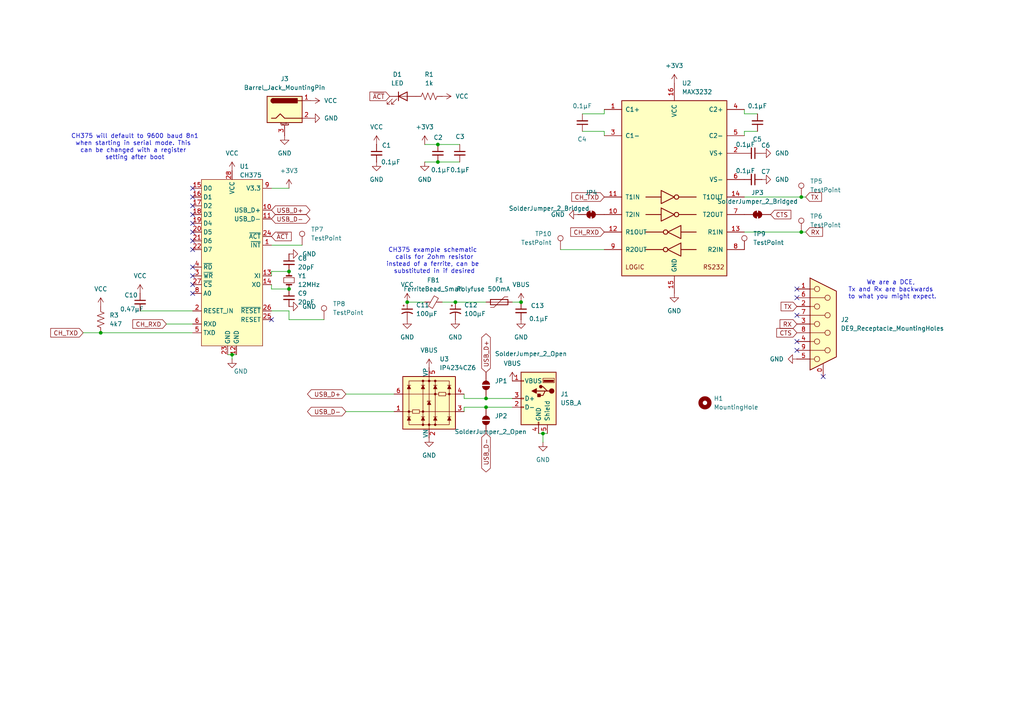
<source format=kicad_sch>
(kicad_sch (version 20231120) (generator "eeschema") (generator_version "8.0")
  (paper "A4")
  (lib_symbols
    (symbol "Connector:Barrel_Jack_MountingPin" (pin_names hide)
      (property "Reference" "J3" (at 0 8.89 0))
      (property "Value" "Barrel_Jack_MountingPin" (at 0 6.35 0))
      (symbol "Barrel_Jack_MountingPin_0_1"
        (rectangle (start -5.08 3.81) (end 5.08 -3.81) (stroke (width 0.254)) (fill (type background)))
        (arc (start -3.302 3.175) (mid -3.9343 2.54) (end -3.302 1.905) (stroke (width 0.254)))
        (arc (start -3.302 3.175) (mid -3.9343 2.54) (end -3.302 1.905) (stroke (width 0.254)) (fill (type outline)))
        (polyline (pts (xy 5.08 2.54) (xy 3.81 2.54)) (stroke (width 0.254)))
        (polyline (pts (xy -3.81 -2.54) (xy -2.54 -2.54) (xy -1.27 -1.27) (xy 0 -2.54) (xy 2.54 -2.54) (xy 5.08 -2.54)) (stroke (width 0.254)))
        (rectangle (start 3.683 3.175) (end -3.302 1.905) (stroke (width 0.254)) (fill (type outline)))
      )
      (symbol "Barrel_Jack_MountingPin_1_1"
        (polyline (pts (xy -1.016 -4.572) (xy 1.016 -4.572)) (stroke (width 0.1524)))
        (text "Mounting" (at 0 -4.191 0) (effects (font (size 0.381 0.381))))
        (pin passive line (at 7.62 2.54 180) (length 2.54) (name "~") (number "1"))
        (pin passive line (at 7.62 -2.54 180) (length 2.54) (name "~") (number "2"))
        (pin passive line (at 0 -7.62 90) (length 3.048) (name "MountPin") (number "3"))
      )
    )
    (symbol "Connector:DE9_Receptacle_MountingHoles" (pin_names (offset 1.016) hide)
      (property "Reference" "J" (at 0 16.51 0))
      (property "Value" "DE9_Receptacle_MountingHoles" (at 0 14.605 0))
      (symbol "DE9_Receptacle_MountingHoles_0_1"
        (circle (center -1.778 -10.16) (radius 0.762))
        (circle (center -1.778 -5.08) (radius 0.762))
        (circle (center -1.778 0) (radius 0.762))
        (circle (center -1.778 5.08) (radius 0.762))
        (circle (center -1.778 10.16) (radius 0.762))
        (polyline (pts (xy -3.81 -10.16) (xy -2.54 -10.16)))
        (polyline (pts (xy -3.81 -7.62) (xy 0.508 -7.62)))
        (polyline (pts (xy -3.81 -5.08) (xy -2.54 -5.08)))
        (polyline (pts (xy -3.81 -2.54) (xy 0.508 -2.54)))
        (polyline (pts (xy -3.81 0) (xy -2.54 0)))
        (polyline (pts (xy -3.81 2.54) (xy 0.508 2.54)))
        (polyline (pts (xy -3.81 5.08) (xy -2.54 5.08)))
        (polyline (pts (xy -3.81 7.62) (xy 0.508 7.62)))
        (polyline (pts (xy -3.81 10.16) (xy -2.54 10.16)))
        (polyline (pts (xy -3.81 13.335) (xy -3.81 -13.335) (xy 3.81 -9.525) (xy 3.81 9.525) (xy -3.81 13.335)) (stroke (width 0.254)) (fill (type background)))
        (circle (center 1.27 -7.62) (radius 0.762))
        (circle (center 1.27 -2.54) (radius 0.762))
        (circle (center 1.27 2.54) (radius 0.762))
        (circle (center 1.27 7.62) (radius 0.762))
      )
      (symbol "DE9_Receptacle_MountingHoles_1_1"
        (pin passive line (at 0 -15.24 90) (length 3.81) (name "PAD") (number "0"))
        (pin passive line (at -7.62 10.16 0) (length 3.81) (name "1") (number "1"))
        (pin passive line (at -7.62 5.08 0) (length 3.81) (name "2") (number "2"))
        (pin passive line (at -7.62 0 0) (length 3.81) (name "3") (number "3"))
        (pin passive line (at -7.62 -5.08 0) (length 3.81) (name "4") (number "4"))
        (pin passive line (at -7.62 -10.16 0) (length 3.81) (name "5") (number "5"))
        (pin passive line (at -7.62 7.62 0) (length 3.81) (name "6") (number "6"))
        (pin passive line (at -7.62 2.54 0) (length 3.81) (name "7") (number "7"))
        (pin passive line (at -7.62 -2.54 0) (length 3.81) (name "8") (number "8"))
        (pin passive line (at -7.62 -7.62 0) (length 3.81) (name "9") (number "9"))
      )
    )
    (symbol "Connector:TestPoint" (pin_numbers hide) (pin_names (offset 0.762) hide)
      (property "Reference" "TP" (at 0 6.858 0))
      (property "Value" "TestPoint" (at 0 5.08 0))
      (symbol "TestPoint_0_1"
        (circle (center 0 3.302) (radius 0.762))
      )
      (symbol "TestPoint_1_1"
        (pin passive line (at 0 0 90) (length 2.54) (name "1") (number "1"))
      )
    )
    (symbol "Connector:USB_A" (pin_names (offset 1.016))
      (property "Reference" "J" (at -5.08 11.43 0))
      (property "Value" "USB_A" (at -5.08 8.89 0))
      (symbol "USB_A_0_1"
        (rectangle (start -5.08 -7.62) (end 5.08 7.62) (stroke (width 0.254)) (fill (type background)))
        (circle (center -3.81 2.159) (radius 0.635) (stroke (width 0.254)) (fill (type outline)))
        (rectangle (start -1.524 4.826) (end -4.318 5.334) (fill (type outline)))
        (rectangle (start -1.27 4.572) (end -4.572 5.842))
        (circle (center -0.635 3.429) (radius 0.381) (stroke (width 0.254)) (fill (type outline)))
        (rectangle (start -0.127 -7.62) (end 0.127 -6.858))
        (polyline (pts (xy -3.175 2.159) (xy -2.54 2.159) (xy -1.27 3.429) (xy -0.635 3.429)) (stroke (width 0.254)))
        (polyline (pts (xy -2.54 2.159) (xy -1.905 2.159) (xy -1.27 0.889) (xy 0 0.889)) (stroke (width 0.254)))
        (polyline (pts (xy 0.635 2.794) (xy 0.635 1.524) (xy 1.905 2.159) (xy 0.635 2.794)) (stroke (width 0.254)) (fill (type outline)))
        (rectangle (start 0.254 1.27) (end -0.508 0.508) (stroke (width 0.254)) (fill (type outline)))
        (rectangle (start 5.08 -2.667) (end 4.318 -2.413))
        (rectangle (start 5.08 -0.127) (end 4.318 0.127))
        (rectangle (start 5.08 4.953) (end 4.318 5.207))
      )
      (symbol "USB_A_1_1"
        (polyline (pts (xy -1.905 2.159) (xy 0.635 2.159)) (stroke (width 0.254)))
        (pin power_in line (at 7.62 5.08 180) (length 2.54) (name "VBUS") (number "1"))
        (pin bidirectional line (at 7.62 -2.54 180) (length 2.54) (name "D-") (number "2"))
        (pin bidirectional line (at 7.62 0 180) (length 2.54) (name "D+") (number "3"))
        (pin power_in line (at 0 -10.16 90) (length 2.54) (name "GND") (number "4"))
        (pin passive line (at -2.54 -10.16 90) (length 2.54) (name "Shield") (number "5"))
      )
    )
    (symbol "CustomChips:CH375"
      (property "Reference" "U" (at 16.51 3.81 0))
      (symbol "CH375_1_1"
        (rectangle (start -8.89 22.86) (end 8.89 -25.4) (fill (type background)))
        (pin output line (at 11.43 3.81 180) (length 2.54) (name "~{INT}") (number "1"))
        (pin bidirectional line (at 11.43 13.97 180) (length 2.54) (name "USB_D+") (number "10"))
        (pin bidirectional line (at 11.43 11.43 180) (length 2.54) (name "USB_D-") (number "11"))
        (pin power_in line (at 1.27 -27.94 90) (length 2.54) (name "GND") (number "12"))
        (pin input line (at 11.43 -5.08 180) (length 2.54) (name "XI") (number "13"))
        (pin output line (at 11.43 -7.62 180) (length 2.54) (name "XO") (number "14"))
        (pin bidirectional line (at -11.43 20.32 0) (length 2.54) (name "D0") (number "15"))
        (pin bidirectional line (at -11.43 17.78 0) (length 2.54) (name "D1") (number "16"))
        (pin bidirectional line (at -11.43 15.24 0) (length 2.54) (name "D2") (number "17"))
        (pin bidirectional line (at -11.43 12.7 0) (length 2.54) (name "D3") (number "18"))
        (pin bidirectional line (at -11.43 10.16 0) (length 2.54) (name "D4") (number "19"))
        (pin input line (at -11.43 -15.24 0) (length 2.54) (name "RESET_IN") (number "2"))
        (pin bidirectional line (at -11.43 7.62 0) (length 2.54) (name "D5") (number "20"))
        (pin bidirectional line (at -11.43 5.08 0) (length 2.54) (name "D6") (number "21"))
        (pin bidirectional line (at -11.43 2.54 0) (length 2.54) (name "D7") (number "22"))
        (pin power_in line (at -1.27 -27.94 90) (length 2.54) (name "GND") (number "23"))
        (pin output line (at 11.43 6.35 180) (length 2.54) (name "~{ACT}") (number "24"))
        (pin output line (at 11.43 -17.78 180) (length 2.54) (name "RESET") (number "25"))
        (pin output line (at 11.43 -15.24 180) (length 2.54) (name "~{RESET}") (number "26"))
        (pin input line (at -11.43 -7.62 0) (length 2.54) (name "~{CS}") (number "27"))
        (pin power_in line (at 0 25.4 270) (length 2.54) (name "VCC") (number "28"))
        (pin input line (at -11.43 -5.08 0) (length 2.54) (name "~{WR}") (number "3"))
        (pin input line (at -11.43 -2.54 0) (length 2.54) (name "~{RD}") (number "4"))
        (pin bidirectional line (at -11.43 -21.59 0) (length 2.54) (name "TXD") (number "5"))
        (pin input line (at -11.43 -19.05 0) (length 2.54) (name "RXD") (number "6"))
        (pin no_connect line (at 6.35 -27.94 90) (length 2.54) hide (name "NC") (number "7"))
        (pin input line (at -11.43 -10.16 0) (length 2.54) (name "A0") (number "8"))
        (pin power_out line (at 11.43 20.32 180) (length 2.54) (name "V3.3") (number "9"))
      )
    )
    (symbol "Device:C_Polarized_Small_US" (pin_numbers hide) (pin_names (offset 0.254) hide)
      (property "Reference" "C" (at 0.254 1.778 0))
      (property "Value" "C_Polarized_Small_US" (at 0.254 -2.032 0))
      (symbol "C_Polarized_Small_US_0_1"
        (polyline (pts (xy -1.524 0.508) (xy 1.524 0.508)) (stroke (width 0.3048)))
        (polyline (pts (xy -1.27 1.524) (xy -0.762 1.524)))
        (polyline (pts (xy -1.016 1.27) (xy -1.016 1.778)))
        (arc (start 1.524 -0.762) (mid 0 -0.3734) (end -1.524 -0.762) (stroke (width 0.3048)))
      )
      (symbol "C_Polarized_Small_US_1_1"
        (pin passive line (at 0 2.54 270) (length 2.032) (name "~") (number "1"))
        (pin passive line (at 0 -2.54 90) (length 2.032) (name "~") (number "2"))
      )
    )
    (symbol "Device:C_Small" (pin_numbers hide) (pin_names (offset 0.254) hide)
      (property "Reference" "C" (at 0.254 1.778 0))
      (property "Value" "C_Small" (at 0.254 -2.032 0))
      (symbol "C_Small_0_1"
        (polyline (pts (xy -1.524 -0.508) (xy 1.524 -0.508)) (stroke (width 0.3302)))
        (polyline (pts (xy -1.524 0.508) (xy 1.524 0.508)) (stroke (width 0.3048)))
      )
      (symbol "C_Small_1_1"
        (pin passive line (at 0 2.54 270) (length 2.032) (name "~") (number "1"))
        (pin passive line (at 0 -2.54 90) (length 2.032) (name "~") (number "2"))
      )
    )
    (symbol "Device:Crystal_Small" (pin_numbers hide) (pin_names (offset 1.016) hide)
      (property "Reference" "Y" (at 0 2.54 0))
      (property "Value" "Crystal_Small" (at 0 -2.54 0))
      (symbol "Crystal_Small_0_1"
        (rectangle (start -0.762 -1.524) (end 0.762 1.524))
        (polyline (pts (xy -1.27 -0.762) (xy -1.27 0.762)) (stroke (width 0.381)))
        (polyline (pts (xy 1.27 -0.762) (xy 1.27 0.762)) (stroke (width 0.381)))
      )
      (symbol "Crystal_Small_1_1"
        (pin passive line (at -2.54 0 0) (length 1.27) (name "1") (number "1"))
        (pin passive line (at 2.54 0 180) (length 1.27) (name "2") (number "2"))
      )
    )
    (symbol "Device:FerriteBead_Small" (pin_numbers hide) (pin_names (offset 0))
      (property "Reference" "FB" (at 1.905 1.27 0))
      (property "Value" "FerriteBead_Small" (at 1.905 -1.27 0))
      (symbol "FerriteBead_Small_0_1"
        (polyline (pts (xy 0 -1.27) (xy 0 -0.7874)))
        (polyline (pts (xy 0 0.889) (xy 0 1.2954)))
        (polyline (pts (xy -1.8288 0.2794) (xy -1.1176 1.4986) (xy 1.8288 -0.2032) (xy 1.1176 -1.4224) (xy -1.8288 0.2794)))
      )
      (symbol "FerriteBead_Small_1_1"
        (pin passive line (at 0 2.54 270) (length 1.27) (name "~") (number "1"))
        (pin passive line (at 0 -2.54 90) (length 1.27) (name "~") (number "2"))
      )
    )
    (symbol "Device:LED" (pin_numbers hide) (pin_names (offset 1.016) hide)
      (property "Reference" "D" (at 0 2.54 0))
      (property "Value" "LED" (at 0 -2.54 0))
      (symbol "LED_0_1"
        (polyline (pts (xy -1.27 -1.27) (xy -1.27 1.27)) (stroke (width 0.254)))
        (polyline (pts (xy -1.27 0) (xy 1.27 0)))
        (polyline (pts (xy 1.27 -1.27) (xy 1.27 1.27) (xy -1.27 0) (xy 1.27 -1.27)) (stroke (width 0.254)))
        (polyline (pts (xy -3.048 -0.762) (xy -4.572 -2.286) (xy -3.81 -2.286) (xy -4.572 -2.286) (xy -4.572 -1.524)))
        (polyline (pts (xy -1.778 -0.762) (xy -3.302 -2.286) (xy -2.54 -2.286) (xy -3.302 -2.286) (xy -3.302 -1.524)))
      )
      (symbol "LED_1_1"
        (pin passive line (at -3.81 0 0) (length 2.54) (name "K") (number "1"))
        (pin passive line (at 3.81 0 180) (length 2.54) (name "A") (number "2"))
      )
    )
    (symbol "Device:Polyfuse" (pin_numbers hide) (pin_names (offset 0))
      (property "Reference" "F" (at -2.54 0 90))
      (property "Value" "Polyfuse" (at 2.54 0 90))
      (symbol "Polyfuse_0_1"
        (rectangle (start -0.762 2.54) (end 0.762 -2.54) (stroke (width 0.254)))
        (polyline (pts (xy 0 2.54) (xy 0 -2.54)))
        (polyline (pts (xy -1.524 2.54) (xy -1.524 1.524) (xy 1.524 -1.524) (xy 1.524 -2.54)))
      )
      (symbol "Polyfuse_1_1"
        (pin passive line (at 0 3.81 270) (length 1.27) (name "~") (number "1"))
        (pin passive line (at 0 -3.81 90) (length 1.27) (name "~") (number "2"))
      )
    )
    (symbol "Device:R_US" (pin_numbers hide) (pin_names (offset 0))
      (property "Reference" "R" (at 2.54 0 90))
      (property "Value" "R_US" (at -2.54 0 90))
      (symbol "R_US_0_1"
        (polyline (pts (xy 0 -2.286) (xy 0 -2.54)))
        (polyline (pts (xy 0 2.286) (xy 0 2.54)))
        (polyline (pts (xy 0 -0.762) (xy 1.016 -1.143) (xy 0 -1.524) (xy -1.016 -1.905) (xy 0 -2.286)))
        (polyline (pts (xy 0 0.762) (xy 1.016 0.381) (xy 0 0) (xy -1.016 -0.381) (xy 0 -0.762)))
        (polyline (pts (xy 0 2.286) (xy 1.016 1.905) (xy 0 1.524) (xy -1.016 1.143) (xy 0 0.762)))
      )
      (symbol "R_US_1_1"
        (pin passive line (at 0 3.81 270) (length 1.27) (name "~") (number "1"))
        (pin passive line (at 0 -3.81 90) (length 1.27) (name "~") (number "2"))
      )
    )
    (symbol "Interface_UART:MAX3232" (pin_names (offset 1.016))
      (property "Reference" "U" (at -2.54 28.575 0))
      (property "Value" "MAX3232" (at -2.54 26.67 0))
      (symbol "MAX3232_0_0"
        (text "LOGIC" (at -11.43 -22.86 0) (effects (font (size 1.27 1.27))))
        (text "RS232" (at 11.43 -22.86 0) (effects (font (size 1.27 1.27))))
      )
      (symbol "MAX3232_0_1"
        (rectangle (start -15.24 -25.4) (end 15.24 25.4) (stroke (width 0.254)) (fill (type background)))
        (circle (center -2.54 -17.78) (radius 0.635) (stroke (width 0.254)))
        (circle (center -2.54 -12.7) (radius 0.635) (stroke (width 0.254)))
        (polyline (pts (xy -3.81 -7.62) (xy -8.255 -7.62)) (stroke (width 0.254)))
        (polyline (pts (xy -3.81 -2.54) (xy -8.255 -2.54)) (stroke (width 0.254)))
        (polyline (pts (xy -3.175 -17.78) (xy -8.255 -17.78)) (stroke (width 0.254)))
        (polyline (pts (xy -3.175 -12.7) (xy -8.255 -12.7)) (stroke (width 0.254)))
        (polyline (pts (xy 1.27 -7.62) (xy 6.35 -7.62)) (stroke (width 0.254)))
        (polyline (pts (xy 1.27 -2.54) (xy 6.35 -2.54)) (stroke (width 0.254)))
        (polyline (pts (xy 1.905 -17.78) (xy 6.35 -17.78)) (stroke (width 0.254)))
        (polyline (pts (xy 1.905 -12.7) (xy 6.35 -12.7)) (stroke (width 0.254)))
        (polyline (pts (xy -3.81 -5.715) (xy -3.81 -9.525) (xy 0 -7.62) (xy -3.81 -5.715)) (stroke (width 0.254)))
        (polyline (pts (xy -3.81 -0.635) (xy -3.81 -4.445) (xy 0 -2.54) (xy -3.81 -0.635)) (stroke (width 0.254)))
        (polyline (pts (xy 1.905 -15.875) (xy 1.905 -19.685) (xy -1.905 -17.78) (xy 1.905 -15.875)) (stroke (width 0.254)))
        (polyline (pts (xy 1.905 -10.795) (xy 1.905 -14.605) (xy -1.905 -12.7) (xy 1.905 -10.795)) (stroke (width 0.254)))
        (circle (center 0.635 -7.62) (radius 0.635) (stroke (width 0.254)))
        (circle (center 0.635 -2.54) (radius 0.635) (stroke (width 0.254)))
      )
      (symbol "MAX3232_1_1"
        (pin passive line (at -20.32 22.86 0) (length 5.08) (name "C1+") (number "1"))
        (pin input line (at -20.32 -7.62 0) (length 5.08) (name "T2IN") (number "10"))
        (pin input line (at -20.32 -2.54 0) (length 5.08) (name "T1IN") (number "11"))
        (pin output line (at -20.32 -12.7 0) (length 5.08) (name "R1OUT") (number "12"))
        (pin input line (at 20.32 -12.7 180) (length 5.08) (name "R1IN") (number "13"))
        (pin output line (at 20.32 -2.54 180) (length 5.08) (name "T1OUT") (number "14"))
        (pin power_in line (at 0 -30.48 90) (length 5.08) (name "GND") (number "15"))
        (pin power_in line (at 0 30.48 270) (length 5.08) (name "VCC") (number "16"))
        (pin power_out line (at 20.32 10.16 180) (length 5.08) (name "VS+") (number "2"))
        (pin passive line (at -20.32 15.24 0) (length 5.08) (name "C1-") (number "3"))
        (pin passive line (at 20.32 22.86 180) (length 5.08) (name "C2+") (number "4"))
        (pin passive line (at 20.32 15.24 180) (length 5.08) (name "C2-") (number "5"))
        (pin power_out line (at 20.32 2.54 180) (length 5.08) (name "VS-") (number "6"))
        (pin output line (at 20.32 -7.62 180) (length 5.08) (name "T2OUT") (number "7"))
        (pin input line (at 20.32 -17.78 180) (length 5.08) (name "R2IN") (number "8"))
        (pin output line (at -20.32 -17.78 0) (length 5.08) (name "R2OUT") (number "9"))
      )
    )
    (symbol "Jumper:SolderJumper_2_Bridged" (pin_numbers hide) (pin_names (offset 0) hide) (exclude_from_sim yes) (in_bom no)
      (property "Reference" "JP" (at 0 2.032 0))
      (property "Value" "SolderJumper_2_Bridged" (at 0 -2.54 0))
      (symbol "SolderJumper_2_Bridged_0_1"
        (rectangle (start -0.508 0.508) (end 0.508 -0.508) (fill (type outline)))
        (arc (start -0.254 1.016) (mid -1.2656 0) (end -0.254 -1.016))
        (arc (start -0.254 1.016) (mid -1.2656 0) (end -0.254 -1.016) (fill (type outline)))
        (polyline (pts (xy -0.254 1.016) (xy -0.254 -1.016)))
        (polyline (pts (xy 0.254 1.016) (xy 0.254 -1.016)))
        (arc (start 0.254 -1.016) (mid 1.2656 0) (end 0.254 1.016))
        (arc (start 0.254 -1.016) (mid 1.2656 0) (end 0.254 1.016) (fill (type outline)))
      )
      (symbol "SolderJumper_2_Bridged_1_1"
        (pin passive line (at -3.81 0 0) (length 2.54) (name "A") (number "1"))
        (pin passive line (at 3.81 0 180) (length 2.54) (name "B") (number "2"))
      )
    )
    (symbol "Jumper:SolderJumper_2_Open" (pin_numbers hide) (pin_names (offset 0) hide) (exclude_from_sim yes) (in_bom no)
      (property "Reference" "JP" (at 0 2.032 0))
      (property "Value" "SolderJumper_2_Open" (at 0 -2.54 0))
      (symbol "SolderJumper_2_Open_0_1"
        (arc (start -0.254 1.016) (mid -1.2656 0) (end -0.254 -1.016))
        (arc (start -0.254 1.016) (mid -1.2656 0) (end -0.254 -1.016) (fill (type outline)))
        (polyline (pts (xy -0.254 1.016) (xy -0.254 -1.016)))
        (polyline (pts (xy 0.254 1.016) (xy 0.254 -1.016)))
        (arc (start 0.254 -1.016) (mid 1.2656 0) (end 0.254 1.016))
        (arc (start 0.254 -1.016) (mid 1.2656 0) (end 0.254 1.016) (fill (type outline)))
      )
      (symbol "SolderJumper_2_Open_1_1"
        (pin passive line (at -3.81 0 0) (length 2.54) (name "A") (number "1"))
        (pin passive line (at 3.81 0 180) (length 2.54) (name "B") (number "2"))
      )
    )
    (symbol "Mechanical:MountingHole" (pin_names (offset 1.016)) (exclude_from_sim yes) (in_bom no)
      (property "Reference" "H" (at 0 5.08 0))
      (property "Value" "MountingHole" (at 0 3.175 0))
      (symbol "MountingHole_0_1"
        (circle (center 0 0) (radius 1.27) (stroke (width 1.27)))
      )
    )
    (symbol "Power_Protection:IP4234CZ6" (pin_names (offset 0))
      (property "Reference" "U" (at -6.35 8.89 0))
      (property "Value" "IP4234CZ6" (at 2.794 8.89 0))
      (symbol "IP4234CZ6_0_0"
        (rectangle (start -5.842 6.35) (end 5.842 -6.35))
        (polyline (pts (xy -1.778 -6.35) (xy -1.778 6.35)))
        (polyline (pts (xy 1.778 6.35) (xy 1.778 -6.35)))
      )
      (symbol "IP4234CZ6_0_1"
        (rectangle (start -7.62 7.62) (end 7.62 -7.62) (stroke (width 0.254)) (fill (type background)))
        (circle (center -5.842 -2.54) (radius 0.2794) (fill (type outline)))
        (circle (center -1.778 -6.35) (radius 0.2794) (fill (type outline)))
        (circle (center -1.778 -2.54) (radius 0.2794) (fill (type outline)))
        (circle (center -1.778 6.35) (radius 0.2794) (fill (type outline)))
        (circle (center 0 -6.35) (radius 0.2794) (fill (type outline)))
        (polyline (pts (xy -7.62 -2.54) (xy -4.826 -2.54)))
        (polyline (pts (xy -7.62 2.54) (xy 2.794 2.54)))
        (polyline (pts (xy -5.334 -4.064) (xy -6.35 -4.064)))
        (polyline (pts (xy -5.334 5.08) (xy -6.35 5.08)))
        (polyline (pts (xy -1.27 -4.064) (xy -2.286 -4.064)))
        (polyline (pts (xy -1.27 5.08) (xy -2.286 5.08)))
        (polyline (pts (xy -0.508 0.508) (xy -0.508 0.254)))
        (polyline (pts (xy 0 7.62) (xy 0 -7.62)))
        (polyline (pts (xy 0.508 0.508) (xy -0.508 0.508)))
        (polyline (pts (xy 2.286 -4.064) (xy 1.27 -4.064)))
        (polyline (pts (xy 2.286 5.08) (xy 1.27 5.08)))
        (polyline (pts (xy 6.35 -4.064) (xy 5.334 -4.064)))
        (polyline (pts (xy 6.35 5.08) (xy 5.334 5.08)))
        (polyline (pts (xy 7.62 -2.54) (xy -2.794 -2.54)))
        (polyline (pts (xy 7.62 2.54) (xy 4.826 2.54)))
        (circle (center 0 6.35) (radius 0.2794) (fill (type outline)))
        (circle (center 1.778 -6.35) (radius 0.2794) (fill (type outline)))
        (circle (center 1.778 2.54) (radius 0.2794) (fill (type outline)))
        (circle (center 1.778 6.35) (radius 0.2794) (fill (type outline)))
        (circle (center 5.842 2.54) (radius 0.2794) (fill (type outline)))
      )
      (symbol "IP4234CZ6_1_1"
        (rectangle (start -4.826 -2.032) (end -2.794 -3.048))
        (polyline (pts (xy -5.334 -5.08) (xy -6.35 -5.08) (xy -5.842 -4.064) (xy -5.334 -5.08)) (fill (type outline)))
        (polyline (pts (xy -5.334 4.064) (xy -6.35 4.064) (xy -5.842 5.08) (xy -5.334 4.064)) (fill (type outline)))
        (polyline (pts (xy -1.27 -5.08) (xy -2.286 -5.08) (xy -1.778 -4.064) (xy -1.27 -5.08)) (fill (type outline)))
        (polyline (pts (xy -1.27 4.064) (xy -2.286 4.064) (xy -1.778 5.08) (xy -1.27 4.064)) (fill (type outline)))
        (polyline (pts (xy 0.508 -0.508) (xy -0.508 -0.508) (xy 0 0.508) (xy 0.508 -0.508)) (fill (type outline)))
        (polyline (pts (xy 2.286 -5.08) (xy 1.27 -5.08) (xy 1.778 -4.064) (xy 2.286 -5.08)) (fill (type outline)))
        (polyline (pts (xy 2.286 4.064) (xy 1.27 4.064) (xy 1.778 5.08) (xy 2.286 4.064)) (fill (type outline)))
        (polyline (pts (xy 6.35 -5.08) (xy 5.334 -5.08) (xy 5.842 -4.064) (xy 6.35 -5.08)) (fill (type outline)))
        (polyline (pts (xy 6.35 4.064) (xy 5.334 4.064) (xy 5.842 5.08) (xy 6.35 4.064)) (fill (type outline)))
        (rectangle (start 2.794 3.048) (end 4.826 2.032))
        (pin passive line (at -10.16 -2.54 0) (length 2.54) (name "") (number "1"))
        (pin passive line (at 0 -10.16 90) (length 2.54) (name "VN") (number "2"))
        (pin passive line (at 10.16 -2.54 180) (length 2.54) (name "") (number "3"))
        (pin passive line (at 10.16 2.54 180) (length 2.54) (name "") (number "4"))
        (pin passive line (at 0 10.16 270) (length 2.54) (name "VP") (number "5"))
        (pin passive line (at -10.16 2.54 0) (length 2.54) (name "") (number "6"))
      )
    )
    (symbol "power:+3V3" (power) (pin_numbers hide) (pin_names (offset 0) hide)
      (property "Value" "+3V3" (at 0 3.556 0))
      (symbol "+3V3_0_1"
        (polyline (pts (xy -0.762 1.27) (xy 0 2.54)))
        (polyline (pts (xy 0 0) (xy 0 2.54)))
        (polyline (pts (xy 0 2.54) (xy 0.762 1.27)))
      )
      (symbol "+3V3_1_1"
        (pin power_in line (at 0 0 90) (length 0) (name "~") (number "1"))
      )
    )
    (symbol "power:GND" (power) (pin_numbers hide) (pin_names (offset 0) hide)
      (property "Value" "GND" (at 0 -3.81 0))
      (symbol "GND_0_1"
        (polyline (pts (xy 0 0) (xy 0 -1.27) (xy 1.27 -1.27) (xy 0 -2.54) (xy -1.27 -1.27) (xy 0 -1.27)))
      )
      (symbol "GND_1_1"
        (pin power_in line (at 0 0 270) (length 0) (name "~") (number "1"))
      )
    )
    (symbol "power:VBUS" (power) (pin_numbers hide) (pin_names (offset 0) hide)
      (property "Value" "VBUS" (at 0 3.556 0))
      (symbol "VBUS_0_1"
        (polyline (pts (xy -0.762 1.27) (xy 0 2.54)))
        (polyline (pts (xy 0 0) (xy 0 2.54)))
        (polyline (pts (xy 0 2.54) (xy 0.762 1.27)))
      )
      (symbol "VBUS_1_1"
        (pin power_in line (at 0 0 90) (length 0) (name "~") (number "1"))
      )
    )
    (symbol "power:VCC" (power) (pin_numbers hide) (pin_names (offset 0) hide)
      (property "Value" "VCC" (at 0 3.556 0))
      (symbol "VCC_0_1"
        (polyline (pts (xy -0.762 1.27) (xy 0 2.54)))
        (polyline (pts (xy 0 0) (xy 0 2.54)))
        (polyline (pts (xy 0 2.54) (xy 0.762 1.27)))
      )
      (symbol "VCC_1_1"
        (pin power_in line (at 0 0 90) (length 0) (name "~") (number "1"))
      )
    )
  )
  (junction (at 118.11 87.63))
  (junction (at 83.82 78.74))
  (junction (at 157.48 125.73))
  (junction (at 67.31 102.87))
  (junction (at 83.82 83.82))
  (junction (at 127 46.99))
  (junction (at 232.41 67.31))
  (junction (at 140.97 118.11))
  (junction (at 151.13 87.63))
  (junction (at 232.41 57.15))
  (junction (at 29.21 96.52))
  (junction (at 140.97 115.57))
  (junction (at 127 41.91))
  (junction (at 132.08 87.63))
  (no_connect (at 231.14 91.44))
  (no_connect (at 55.88 72.39))
  (no_connect (at 78.74 92.71))
  (no_connect (at 55.88 62.23))
  (no_connect (at 231.14 99.06))
  (no_connect (at 55.88 64.77))
  (no_connect (at 55.88 54.61))
  (no_connect (at 231.14 83.82))
  (no_connect (at 55.88 82.55))
  (no_connect (at 55.88 67.31))
  (no_connect (at 231.14 86.36))
  (no_connect (at 231.14 101.6))
  (no_connect (at 55.88 85.09))
  (no_connect (at 55.88 80.01))
  (no_connect (at 55.88 57.15))
  (no_connect (at 55.88 69.85))
  (no_connect (at 55.88 77.47))
  (no_connect (at 238.76 109.22))
  (no_connect (at 55.88 59.69))
  (wire (pts (xy 175.26 33.02) (xy 175.26 31.75)))
  (wire (pts (xy 78.74 82.55) (xy 78.74 83.82)))
  (wire (pts (xy 48.26 93.98) (xy 55.88 93.98)))
  (wire (pts (xy 157.48 125.73) (xy 158.75 125.73)))
  (wire (pts (xy 134.62 118.11) (xy 140.97 118.11)))
  (wire (pts (xy 175.26 38.1) (xy 175.26 39.37)))
  (wire (pts (xy 132.08 87.63) (xy 140.97 87.63)))
  (wire (pts (xy 67.31 102.87) (xy 68.58 102.87)))
  (wire (pts (xy 78.74 54.61) (xy 83.82 54.61)))
  (wire (pts (xy 140.97 118.11) (xy 148.59 118.11)))
  (wire (pts (xy 215.9 38.1) (xy 219.71 38.1)))
  (wire (pts (xy 78.74 80.01) (xy 78.74 78.74)))
  (wire (pts (xy 128.27 87.63) (xy 132.08 87.63)))
  (wire (pts (xy 168.91 33.02) (xy 175.26 33.02)))
  (wire (pts (xy 127 41.91) (xy 133.35 41.91)))
  (wire (pts (xy 140.97 115.57) (xy 148.59 115.57)))
  (wire (pts (xy 118.11 87.63) (xy 123.19 87.63)))
  (wire (pts (xy 123.19 46.99) (xy 127 46.99)))
  (wire (pts (xy 78.74 90.17) (xy 83.82 90.17)))
  (wire (pts (xy 148.59 87.63) (xy 151.13 87.63)))
  (wire (pts (xy 232.41 57.15) (xy 215.9 57.15)))
  (wire (pts (xy 100.33 114.3) (xy 114.3 114.3)))
  (wire (pts (xy 215.9 31.75) (xy 215.9 33.02)))
  (wire (pts (xy 83.82 90.17) (xy 83.82 92.71)))
  (wire (pts (xy 134.62 115.57) (xy 140.97 115.57)))
  (wire (pts (xy 40.64 90.17) (xy 55.88 90.17)))
  (wire (pts (xy 233.68 57.15) (xy 232.41 57.15)))
  (wire (pts (xy 67.31 104.14) (xy 67.31 102.87)))
  (wire (pts (xy 123.19 41.91) (xy 127 41.91)))
  (wire (pts (xy 134.62 115.57) (xy 134.62 114.3)))
  (wire (pts (xy 100.33 119.38) (xy 114.3 119.38)))
  (wire (pts (xy 24.13 96.52) (xy 29.21 96.52)))
  (wire (pts (xy 233.68 67.31) (xy 232.41 67.31)))
  (wire (pts (xy 134.62 118.11) (xy 134.62 119.38)))
  (wire (pts (xy 157.48 128.27) (xy 157.48 125.73)))
  (wire (pts (xy 215.9 39.37) (xy 215.9 38.1)))
  (wire (pts (xy 66.04 102.87) (xy 67.31 102.87)))
  (wire (pts (xy 168.91 38.1) (xy 175.26 38.1)))
  (wire (pts (xy 29.21 96.52) (xy 55.88 96.52)))
  (wire (pts (xy 78.74 83.82) (xy 83.82 83.82)))
  (wire (pts (xy 157.48 125.73) (xy 156.21 125.73)))
  (wire (pts (xy 127 46.99) (xy 133.35 46.99)))
  (wire (pts (xy 232.41 67.31) (xy 215.9 67.31)))
  (wire (pts (xy 78.74 71.12) (xy 87.63 71.12)))
  (wire (pts (xy 162.56 72.39) (xy 175.26 72.39)))
  (wire (pts (xy 78.74 78.74) (xy 83.82 78.74)))
  (wire (pts (xy 83.82 92.71) (xy 93.98 92.71)))
  (wire (pts (xy 219.71 33.02) (xy 215.9 33.02)))
  (text "CH375 example schematic \ncalls for 2ohm resistor\ninstead of a ferrite, can be \nsubstituted in if desired" (at 125.984 75.692 0) (effects (font (size 1.27 1.27))))
  (text "CH375 will default to 9600 baud 8n1\nwhen starting in serial mode. This \ncan be changed with a register \nsetting after boot" (at 39.116 42.672 0) (effects (font (size 1.27 1.27))))
  (text "We are a DCE, \nTx and Rx are backwards \nto what you might expect." (at 258.826 84.074 0) (effects (font (size 1.27 1.27))))
  (global_label "CH_TXD" (shape input) (at 175.26 57.15 180) (property "Intersheetrefs" "${INTERSHEET_REFS}" (effects (hide yes))))
  (global_label "USB_D-" (shape bidirectional) (at 100.33 119.38 180) (property "Intersheetrefs" "${INTERSHEET_REFS}" (effects (hide yes))))
  (global_label "USB_D-" (shape bidirectional) (at 140.97 125.73 270) (property "Intersheetrefs" "${INTERSHEET_REFS}" (effects (hide yes))))
  (global_label "CTS" (shape input) (at 223.52 62.23 0) (property "Intersheetrefs" "${INTERSHEET_REFS}" (effects (hide yes))))
  (global_label "USB_D+" (shape bidirectional) (at 78.74 60.96 0) (property "Intersheetrefs" "${INTERSHEET_REFS}" (effects (hide yes))))
  (global_label "USB_D+" (shape bidirectional) (at 140.97 107.95 90) (property "Intersheetrefs" "${INTERSHEET_REFS}" (effects (hide yes))))
  (global_label "RX" (shape input) (at 231.14 93.98 180) (property "Intersheetrefs" "${INTERSHEET_REFS}" (effects (hide yes))))
  (global_label "USB_D+" (shape bidirectional) (at 100.33 114.3 180) (property "Intersheetrefs" "${INTERSHEET_REFS}" (effects (hide yes))))
  (global_label "CH_RXD" (shape input) (at 175.26 67.31 180) (property "Intersheetrefs" "${INTERSHEET_REFS}" (effects (hide yes))))
  (global_label "USB_D-" (shape bidirectional) (at 78.74 63.5 0) (property "Intersheetrefs" "${INTERSHEET_REFS}" (effects (hide yes))))
  (global_label "TX" (shape input) (at 231.14 88.9 180) (property "Intersheetrefs" "${INTERSHEET_REFS}" (effects (hide yes))))
  (global_label "~{ACT}" (shape input) (at 113.03 27.94 180) (property "Intersheetrefs" "${INTERSHEET_REFS}" (effects (hide yes))))
  (global_label "CTS" (shape input) (at 231.14 96.52 180) (property "Intersheetrefs" "${INTERSHEET_REFS}" (effects (hide yes))))
  (global_label "~{ACT}" (shape input) (at 78.74 68.58 0) (property "Intersheetrefs" "${INTERSHEET_REFS}" (effects (hide yes))))
  (global_label "CH_RXD" (shape input) (at 48.26 93.98 180) (property "Intersheetrefs" "${INTERSHEET_REFS}" (effects (hide yes))))
  (global_label "TX" (shape input) (at 233.68 57.15 0) (property "Intersheetrefs" "${INTERSHEET_REFS}" (effects (hide yes))))
  (global_label "RX" (shape input) (at 233.68 67.31 0) (property "Intersheetrefs" "${INTERSHEET_REFS}" (effects (hide yes))))
  (global_label "CH_TXD" (shape input) (at 24.13 96.52 180) (property "Intersheetrefs" "${INTERSHEET_REFS}" (effects (hide yes))))
  (symbol (lib_id "power:GND") (at 220.98 44.45 90) (unit 1)
    (property "Reference" "#PWR07" (effects (hide yes)))
    (property "Value" "GND" (at 224.79 44.4499 90) (effects (justify right)))
    (property "Description" "Power symbol creates a global label with name \"GND\" , ground" (effects (hide yes)))
  )
  (symbol (lib_id "Interface_UART:MAX3232") (at 195.58 54.61 0) (unit 1)
    (property "Reference" "U2" (at 197.7741 24.13 0) (effects (justify left)))
    (property "Value" "MAX3232" (at 197.7741 26.67 0) (effects (justify left)))
    (property "Footprint" "Package_SO:SOIC-16_3.9x9.9mm_P1.27mm" (effects (hide yes)))
    (property "Datasheet" "https://datasheets.maximintegrated.com/en/ds/MAX3222-MAX3241.pdf" (effects (hide yes)))
    (property "Description" "3.0V to 5.5V, Low-Power, up to 1Mbps, True RS-232 Transceivers Using Four 0.1μF External Capacitors" (effects (hide yes)))
    (property "LCSC" "C193666" (effects (hide yes)))
  )
  (symbol (lib_id "CustomChips:CH375") (at 67.31 74.93 0) (unit 1)
    (property "Reference" "U1" (at 69.5041 48.26 0) (effects (justify left)))
    (property "Value" "CH375" (at 69.5041 50.8 0) (effects (justify left)))
    (property "Footprint" "Package_SO:SOP-28_8.4x18.16mm_P1.27mm" (effects (hide yes)))
    (property "Datasheet" "https://www.wch-ic.com/downloads/CH375DS1_PDF.html" (effects (hide yes)))
    (property "LCSC" "C8962" (effects (hide yes)))
  )
  (symbol (lib_id "power:+3V3") (at 123.19 41.91 0) (unit 1)
    (property "Reference" "#PWR03" (effects (hide yes)))
    (property "Value" "+3V3" (at 123.19 36.83 0))
    (property "Description" "Power symbol creates a global label with name \"+3V3\"" (effects (hide yes)))
  )
  (symbol (lib_id "power:+3V3") (at 195.58 24.13 0) (unit 1)
    (property "Reference" "#PWR010" (effects (hide yes)))
    (property "Value" "+3V3" (at 195.58 19.05 0))
    (property "Description" "Power symbol creates a global label with name \"+3V3\"" (effects (hide yes)))
  )
  (symbol (lib_id "Connector:TestPoint") (at 87.63 71.12 0) (unit 1)
    (property "Reference" "TP7" (at 90.17 66.5479 0) (effects (justify left)))
    (property "Value" "TestPoint" (at 90.17 69.0879 0) (effects (justify left)))
    (property "Footprint" "TestPoint:TestPoint_Pad_D1.0mm" (effects (hide yes)))
    (property "Description" "test point" (effects (hide yes)))
  )
  (symbol (lib_id "Device:C_Polarized_Small_US") (at 132.08 90.17 0) (unit 1)
    (property "Reference" "C12" (at 134.62 88.4681 0) (effects (justify left)))
    (property "Value" "100µF" (at 134.62 91.0081 0) (effects (justify left)))
    (property "Footprint" "Capacitor_SMD:CP_Elec_6.3x5.9" (effects (hide yes)))
    (property "Description" "Polarized capacitor, small US symbol" (effects (hide yes)))
    (property "LCSC" "C340733" (effects (hide yes)))
  )
  (symbol (lib_id "Device:FerriteBead_Small") (at 125.73 87.63 90) (unit 1)
    (property "Reference" "FB1" (at 125.6919 81.28 90))
    (property "Value" "FerriteBead_Small" (at 125.6919 83.82 90))
    (property "Footprint" "Inductor_SMD:L_0805_2012Metric_Pad1.15x1.40mm_HandSolder" (effects (hide yes)))
    (property "Description" "Ferrite bead, small symbol" (effects (hide yes)))
    (property "LCSC" "C1015" (effects (hide yes)))
  )
  (symbol (lib_id "Mechanical:MountingHole") (at 204.47 116.84 0) (unit 1) (exclude_from_sim yes) (in_bom no)
    (property "Reference" "H1" (at 207.01 115.5699 0) (effects (justify left)))
    (property "Value" "MountingHole" (at 207.01 118.1099 0) (effects (justify left)))
    (property "Footprint" "MountingHole:MountingHole_2.2mm_M2" (effects (hide yes)))
    (property "Description" "Mounting Hole without connection" (effects (hide yes)))
  )
  (symbol (lib_id "power:GND") (at 109.22 46.99 0) (unit 1)
    (property "Reference" "#PWR06" (effects (hide yes)))
    (property "Value" "GND" (at 109.22 52.07 0))
    (property "Description" "Power symbol creates a global label with name \"GND\" , ground" (effects (hide yes)))
  )
  (symbol (lib_id "power:GND") (at 67.31 104.14 0) (unit 1)
    (property "Reference" "#PWR025" (effects (hide yes)))
    (property "Value" "GND" (at 69.85 107.696 0))
    (property "Description" "Power symbol creates a global label with name \"GND\" , ground" (effects (hide yes)))
  )
  (symbol (lib_id "Connector:TestPoint") (at 162.56 72.39 0) (mirror y) (unit 1)
    (property "Reference" "TP10" (at 160.02 67.8179 0) (effects (justify left)))
    (property "Value" "TestPoint" (at 160.02 70.3579 0) (effects (justify left)))
    (property "Footprint" "TestPoint:TestPoint_Pad_D1.0mm" (effects (hide yes)))
    (property "Description" "test point" (effects (hide yes)))
  )
  (symbol (lib_id "Device:LED") (at 116.84 27.94 0) (unit 1) (in_bom no)
    (property "Reference" "D1" (at 115.2525 21.59 0))
    (property "Value" "LED" (at 115.2525 24.13 0))
    (property "Footprint" "LED_THT:LED_D3.0mm" (effects (hide yes)))
    (property "Description" "Light emitting diode" (effects (hide yes)))
  )
  (symbol (lib_id "power:VCC") (at 109.22 41.91 0) (unit 1)
    (property "Reference" "#PWR05" (effects (hide yes)))
    (property "Value" "VCC" (at 109.22 36.83 0))
    (property "Description" "Power symbol creates a global label with name \"VCC\"" (effects (hide yes)))
  )
  (symbol (lib_id "power:VBUS") (at 124.46 106.68 0) (unit 1)
    (property "Reference" "#PWR023" (effects (hide yes)))
    (property "Value" "VBUS" (at 124.46 101.6 0))
    (property "Description" "Power symbol creates a global label with name \"VBUS\"" (effects (hide yes)))
  )
  (symbol (lib_id "power:GND") (at 124.46 127 0) (unit 1)
    (property "Reference" "#PWR022" (effects (hide yes)))
    (property "Value" "GND" (at 124.46 132.08 0))
    (property "Description" "Power symbol creates a global label with name \"GND\" , ground" (effects (hide yes)))
  )
  (symbol (lib_id "power:GND") (at 167.64 62.23 270) (unit 1)
    (property "Reference" "#PWR026" (effects (hide yes)))
    (property "Value" "GND" (at 163.83 62.2299 90) (effects (justify right)))
    (property "Description" "Power symbol creates a global label with name \"GND\" , ground" (effects (hide yes)))
  )
  (symbol (lib_id "Device:C_Small") (at 151.13 90.17 0) (unit 1)
    (property "Reference" "C13" (at 153.924 88.646 0) (effects (justify left)))
    (property "Value" "0.1µF" (at 153.416 92.456 0) (effects (justify left)))
    (property "Footprint" "Capacitor_SMD:C_0805_2012Metric_Pad1.18x1.45mm_HandSolder" (effects (hide yes)))
    (property "Description" "Unpolarized capacitor, small symbol" (effects (hide yes)))
    (property "LCSC" "C49678" (effects (hide yes)))
  )
  (symbol (lib_id "power:+3V3") (at 83.82 54.61 0) (unit 1)
    (property "Reference" "#PWR02" (effects (hide yes)))
    (property "Value" "+3V3" (at 83.82 49.53 0))
    (property "Description" "Power symbol creates a global label with name \"+3V3\"" (effects (hide yes)))
  )
  (symbol (lib_id "Connector:TestPoint") (at 215.9 72.39 0) (unit 1)
    (property "Reference" "TP9" (at 218.44 67.8179 0) (effects (justify left)))
    (property "Value" "TestPoint" (at 218.44 70.3579 0) (effects (justify left)))
    (property "Footprint" "TestPoint:TestPoint_Pad_D1.0mm" (effects (hide yes)))
    (property "Description" "test point" (effects (hide yes)))
  )
  (symbol (lib_id "Device:C_Small") (at 168.91 35.56 180) (unit 1)
    (property "Reference" "C4" (at 170.18 40.386 0) (effects (justify left)))
    (property "Value" "0.1µF" (at 171.704 30.734 0) (effects (justify left)))
    (property "Footprint" "Capacitor_SMD:C_0805_2012Metric_Pad1.18x1.45mm_HandSolder" (effects (hide yes)))
    (property "Description" "Unpolarized capacitor, small symbol" (effects (hide yes)))
    (property "LCSC" "C49678" (effects (hide yes)))
  )
  (symbol (lib_id "power:GND") (at 83.82 73.66 90) (unit 1)
    (property "Reference" "#PWR014" (effects (hide yes)))
    (property "Value" "GND" (at 87.63 73.6599 90) (effects (justify right)))
    (property "Description" "Power symbol creates a global label with name \"GND\" , ground" (effects (hide yes)))
  )
  (symbol (lib_id "Jumper:SolderJumper_2_Bridged") (at 171.45 62.23 0) (unit 1) (exclude_from_sim yes) (in_bom no)
    (property "Reference" "JP4" (at 171.45 55.88 0))
    (property "Value" "SolderJumper_2_Bridged" (at 159.258 60.452 0))
    (property "Footprint" "Jumper:SolderJumper-2_P1.3mm_Bridged_RoundedPad1.0x1.5mm" (effects (hide yes)))
    (property "Description" "Solder Jumper, 2-pole, closed/bridged" (effects (hide yes)))
  )
  (symbol (lib_id "Connector:TestPoint") (at 93.98 92.71 0) (unit 1)
    (property "Reference" "TP8" (at 96.52 88.1379 0) (effects (justify left)))
    (property "Value" "TestPoint" (at 96.52 90.6779 0) (effects (justify left)))
    (property "Footprint" "TestPoint:TestPoint_Pad_D1.0mm" (effects (hide yes)))
    (property "Description" "test point" (effects (hide yes)))
  )
  (symbol (lib_id "power:GND") (at 195.58 85.09 0) (unit 1)
    (property "Reference" "#PWR09" (effects (hide yes)))
    (property "Value" "GND" (at 195.58 90.17 0))
    (property "Description" "Power symbol creates a global label with name \"GND\" , ground" (effects (hide yes)))
  )
  (symbol (lib_id "Device:C_Polarized_Small_US") (at 118.11 90.17 0) (unit 1)
    (property "Reference" "C11" (at 120.65 88.4681 0) (effects (justify left)))
    (property "Value" "100µF" (at 120.65 91.0081 0) (effects (justify left)))
    (property "Footprint" "Capacitor_SMD:CP_Elec_6.3x5.9" (effects (hide yes)))
    (property "Description" "Polarized capacitor, small US symbol" (effects (hide yes)))
    (property "LCSC" "C340733" (effects (hide yes)))
  )
  (symbol (lib_id "Jumper:SolderJumper_2_Bridged") (at 219.71 62.23 0) (unit 1) (exclude_from_sim yes) (in_bom no)
    (property "Reference" "JP3" (at 219.71 55.88 0))
    (property "Value" "SolderJumper_2_Bridged" (at 219.71 58.42 0))
    (property "Footprint" "Jumper:SolderJumper-2_P1.3mm_Bridged_RoundedPad1.0x1.5mm" (effects (hide yes)))
    (property "Description" "Solder Jumper, 2-pole, closed/bridged" (effects (hide yes)))
  )
  (symbol (lib_id "Device:Polyfuse") (at 144.78 87.63 90) (unit 1) (in_bom no)
    (property "Reference" "F1" (at 144.78 81.28 90))
    (property "Value" "Polyfuse 500mA" (at 140.208 83.82 90))
    (property "Footprint" "Resistor_SMD:R_0805_2012Metric_Pad1.20x1.40mm_HandSolder" (effects (hide yes)))
    (property "Description" "Resettable fuse, polymeric positive temperature coefficient" (effects (hide yes)))
  )
  (symbol (lib_id "Device:C_Small") (at 218.44 44.45 270) (unit 1)
    (property "Reference" "C6" (at 220.726 42.164 90) (effects (justify left)))
    (property "Value" "0.1µF" (at 213.36 41.91 90) (effects (justify left)))
    (property "Footprint" "Capacitor_SMD:C_0805_2012Metric_Pad1.18x1.45mm_HandSolder" (effects (hide yes)))
    (property "Description" "Unpolarized capacitor, small symbol" (effects (hide yes)))
    (property "LCSC" "C49678" (effects (hide yes)))
  )
  (symbol (lib_id "power:GND") (at 83.82 88.9 90) (unit 1)
    (property "Reference" "#PWR015" (effects (hide yes)))
    (property "Value" "GND" (at 87.63 88.8999 90) (effects (justify right)))
    (property "Description" "Power symbol creates a global label with name \"GND\" , ground" (effects (hide yes)))
  )
  (symbol (lib_id "Power_Protection:IP4234CZ6") (at 124.46 116.84 0) (unit 1)
    (property "Reference" "U3" (at 127.4765 104.14 0) (effects (justify left)))
    (property "Value" "IP4234CZ6" (at 127.4765 106.68 0) (effects (justify left)))
    (property "Footprint" "Package_TO_SOT_SMD:SC-74-6_1.55x2.9mm_P0.95mm" (effects (hide yes)))
    (property "Datasheet" "https://assets.nexperia.com/documents/data-sheet/IP4234CZ6.pdf" (effects (hide yes)))
    (property "Description" "ESD Protection, 2 channel, USB 2.0 to IEC 61000-4-2 level 4, 5.5V, SOT457 (SC-74-6)" (effects (hide yes)))
    (property "LCSC" "C355086" (effects (hide yes)))
  )
  (symbol (lib_id "power:GND") (at 157.48 128.27 0) (unit 1)
    (property "Reference" "#PWR012" (effects (hide yes)))
    (property "Value" "GND" (at 157.48 133.35 0))
    (property "Description" "Power symbol creates a global label with name \"GND\" , ground" (effects (hide yes)))
  )
  (symbol (lib_id "Device:Crystal_Small") (at 83.82 81.28 90) (unit 1)
    (property "Reference" "Y1" (at 86.36 80.0099 90) (effects (justify right)))
    (property "Value" "12MHz" (at 86.36 82.5499 90) (effects (justify right)))
    (property "Footprint" "Crystal:Crystal_HC49-4H_Vertical" (effects (hide yes)))
    (property "Description" "Two pin crystal, small symbol" (effects (hide yes)))
    (property "LCSC" "C2857630" (effects (hide yes)))
  )
  (symbol (lib_id "power:VCC") (at 67.31 49.53 0) (unit 1)
    (property "Reference" "#PWR01" (effects (hide yes)))
    (property "Value" "VCC" (at 67.31 44.45 0))
    (property "Description" "Power symbol creates a global label with name \"VCC\"" (effects (hide yes)))
  )
  (symbol (lib_id "power:GND") (at 82.55 39.37 0) (unit 1)
    (property "Reference" "#PWR030" (effects (hide yes)))
    (property "Value" "GND" (at 82.55 44.45 0))
    (property "Description" "Power symbol creates a global label with name \"GND\" , ground" (effects (hide yes)))
  )
  (symbol (lib_id "Device:C_Small") (at 218.44 52.07 270) (unit 1)
    (property "Reference" "C7" (at 220.726 49.784 90) (effects (justify left)))
    (property "Value" "0.1µF" (at 213.36 49.53 90) (effects (justify left)))
    (property "Footprint" "Capacitor_SMD:C_0805_2012Metric_Pad1.18x1.45mm_HandSolder" (effects (hide yes)))
    (property "Description" "Unpolarized capacitor, small symbol" (effects (hide yes)))
    (property "LCSC" "C49678" (effects (hide yes)))
  )
  (symbol (lib_id "Device:C_Small") (at 40.64 87.63 0) (unit 1)
    (property "Reference" "C10" (at 36.068 85.598 0) (effects (justify left)))
    (property "Value" "0.47µF" (at 34.798 89.662 0) (effects (justify left)))
    (property "Footprint" "Capacitor_SMD:C_0805_2012Metric_Pad1.18x1.45mm_HandSolder" (effects (hide yes)))
    (property "Description" "Unpolarized capacitor, small symbol" (effects (hide yes)))
    (property "LCSC" "C13967" (effects (hide yes)))
  )
  (symbol (lib_id "power:GND") (at 132.08 92.71 0) (unit 1)
    (property "Reference" "#PWR018" (effects (hide yes)))
    (property "Value" "GND" (at 132.08 97.79 0))
    (property "Description" "Power symbol creates a global label with name \"GND\" , ground" (effects (hide yes)))
  )
  (symbol (lib_id "power:GND") (at 220.98 52.07 90) (unit 1)
    (property "Reference" "#PWR08" (effects (hide yes)))
    (property "Value" "GND" (at 224.79 52.0699 90) (effects (justify right)))
    (property "Description" "Power symbol creates a global label with name \"GND\" , ground" (effects (hide yes)))
  )
  (symbol (lib_id "power:VCC") (at 128.27 27.94 270) (unit 1)
    (property "Reference" "#PWR013" (effects (hide yes)))
    (property "Value" "VCC" (at 132.08 27.9399 90) (effects (justify left)))
    (property "Description" "Power symbol creates a global label with name \"VCC\"" (effects (hide yes)))
  )
  (symbol (lib_id "Device:C_Small") (at 127 44.45 0) (unit 1)
    (property "Reference" "C2" (at 125.73 39.878 0) (effects (justify left)))
    (property "Value" "0.1µF" (at 124.968 49.276 0) (effects (justify left)))
    (property "Footprint" "Capacitor_SMD:C_0805_2012Metric_Pad1.18x1.45mm_HandSolder" (effects (hide yes)))
    (property "Description" "Unpolarized capacitor, small symbol" (effects (hide yes)))
    (property "LCSC" "C49678" (effects (hide yes)))
  )
  (symbol (lib_id "power:VBUS") (at 151.13 87.63 0) (unit 1)
    (property "Reference" "#PWR020" (effects (hide yes)))
    (property "Value" "VBUS" (at 151.13 82.55 0))
    (property "Description" "Power symbol creates a global label with name \"VBUS\"" (effects (hide yes)))
  )
  (symbol (lib_id "power:VCC") (at 90.17 29.21 270) (unit 1)
    (property "Reference" "#PWR027" (effects (hide yes)))
    (property "Value" "VCC" (at 93.98 29.2099 90) (effects (justify left)))
    (property "Description" "Power symbol creates a global label with name \"VCC\"" (effects (hide yes)))
  )
  (symbol (lib_id "Connector:DE9_Receptacle_MountingHoles") (at 238.76 93.98 0) (unit 1)
    (property "Reference" "J2" (at 243.84 92.7099 0) (effects (justify left)))
    (property "Value" "DE9_Receptacle_MountingHoles" (at 243.84 95.2499 0) (effects (justify left)))
    (property "Footprint" "Connector_Dsub:DSUB-9_Female_Horizontal_P2.77x2.84mm_EdgePinOffset7.70mm_Housed_MountingHolesOffset9.12mm" (effects (hide yes)))
    (property "Description" "9-pin female receptacle socket D-SUB connector, Mounting Hole" (effects (hide yes)))
    (property "LCSC" "C19077337" (effects (hide yes)))
  )
  (symbol (lib_id "Device:C_Small") (at 83.82 76.2 0) (unit 1)
    (property "Reference" "C8" (at 86.36 74.9362 0) (effects (justify left)))
    (property "Value" "20pF" (at 86.36 77.4762 0) (effects (justify left)))
    (property "Footprint" "Capacitor_SMD:C_0805_2012Metric_Pad1.18x1.45mm_HandSolder" (effects (hide yes)))
    (property "Description" "Unpolarized capacitor, small symbol" (effects (hide yes)))
    (property "LCSC" "C1798" (effects (hide yes)))
  )
  (symbol (lib_id "power:VBUS") (at 148.59 110.49 0) (unit 1)
    (property "Reference" "#PWR019" (effects (hide yes)))
    (property "Value" "VBUS" (at 148.59 105.41 0))
    (property "Description" "Power symbol creates a global label with name \"VBUS\"" (effects (hide yes)))
  )
  (symbol (lib_id "power:GND") (at 118.11 92.71 0) (unit 1)
    (property "Reference" "#PWR017" (effects (hide yes)))
    (property "Value" "GND" (at 118.11 97.79 0))
    (property "Description" "Power symbol creates a global label with name \"GND\" , ground" (effects (hide yes)))
  )
  (symbol (lib_id "Connector:TestPoint") (at 232.41 57.15 0) (unit 1)
    (property "Reference" "TP5" (at 234.95 52.5779 0) (effects (justify left)))
    (property "Value" "TestPoint" (at 234.95 55.1179 0) (effects (justify left)))
    (property "Footprint" "TestPoint:TestPoint_Pad_D1.0mm" (effects (hide yes)))
    (property "Description" "test point" (effects (hide yes)))
  )
  (symbol (lib_id "power:VCC") (at 29.21 88.9 0) (unit 1)
    (property "Reference" "#PWR021" (effects (hide yes)))
    (property "Value" "VCC" (at 29.21 83.82 0))
    (property "Description" "Power symbol creates a global label with name \"VCC\"" (effects (hide yes)))
  )
  (symbol (lib_id "power:VCC") (at 40.64 85.09 0) (unit 1)
    (property "Reference" "#PWR016" (effects (hide yes)))
    (property "Value" "VCC" (at 40.64 80.01 0))
    (property "Description" "Power symbol creates a global label with name \"VCC\"" (effects (hide yes)))
  )
  (symbol (lib_id "power:GND") (at 90.17 34.29 90) (unit 1)
    (property "Reference" "#PWR028" (effects (hide yes)))
    (property "Value" "GND" (at 93.98 34.2899 90) (effects (justify right)))
    (property "Description" "Power symbol creates a global label with name \"GND\" , ground" (effects (hide yes)))
  )
  (symbol (lib_id "power:GND") (at 123.19 46.99 0) (unit 1)
    (property "Reference" "#PWR04" (effects (hide yes)))
    (property "Value" "GND" (at 123.19 52.07 0))
    (property "Description" "Power symbol creates a global label with name \"GND\" , ground" (effects (hide yes)))
  )
  (symbol (lib_id "Connector:USB_A") (at 156.21 115.57 0) (mirror y) (unit 1)
    (property "Reference" "J1" (at 162.56 114.2999 0) (effects (justify right)))
    (property "Value" "USB_A" (at 162.56 116.8399 0) (effects (justify right)))
    (property "Footprint" "Connector_USB:USB_A_Molex_67643_Horizontal" (effects (hide yes)))
    (property "Description" "USB Type A connector" (effects (hide yes)))
    (property "LCSC" "C456018" (effects (hide yes)))
  )
  (symbol (lib_id "Device:C_Small") (at 133.35 44.45 0) (unit 1)
    (property "Reference" "C3" (at 132.08 39.624 0) (effects (justify left)))
    (property "Value" "0.1µF" (at 130.556 49.276 0) (effects (justify left)))
    (property "Footprint" "Capacitor_SMD:C_0805_2012Metric_Pad1.18x1.45mm_HandSolder" (effects (hide yes)))
    (property "Description" "Unpolarized capacitor, small symbol" (effects (hide yes)))
    (property "LCSC" "C49678" (effects (hide yes)))
  )
  (symbol (lib_id "Connector:TestPoint") (at 232.41 67.31 0) (unit 1)
    (property "Reference" "TP6" (at 234.95 62.7379 0) (effects (justify left)))
    (property "Value" "TestPoint" (at 234.95 65.2779 0) (effects (justify left)))
    (property "Footprint" "TestPoint:TestPoint_Pad_D1.0mm" (effects (hide yes)))
    (property "Description" "test point" (effects (hide yes)))
  )
  (symbol (lib_id "Device:C_Small") (at 219.71 35.56 180) (unit 1)
    (property "Reference" "C5" (at 220.98 40.386 0) (effects (justify left)))
    (property "Value" "0.1µF" (at 222.504 30.734 0) (effects (justify left)))
    (property "Footprint" "Capacitor_SMD:C_0805_2012Metric_Pad1.18x1.45mm_HandSolder" (effects (hide yes)))
    (property "Description" "Unpolarized capacitor, small symbol" (effects (hide yes)))
    (property "LCSC" "C49678" (effects (hide yes)))
  )
  (symbol (lib_id "power:VCC") (at 118.11 87.63 0) (unit 1)
    (property "Reference" "#PWR011" (effects (hide yes)))
    (property "Value" "VCC" (at 118.11 82.55 0))
    (property "Description" "Power symbol creates a global label with name \"VCC\"" (effects (hide yes)))
  )
  (symbol (lib_id "Jumper:SolderJumper_2_Open") (at 140.97 121.92 90) (unit 1) (exclude_from_sim yes) (in_bom no)
    (property "Reference" "JP2" (at 143.51 120.6499 90) (effects (justify right)))
    (property "Value" "SolderJumper_2_Open" (at 131.826 125.222 90) (effects (justify right)))
    (property "Footprint" "Jumper:SolderJumper-2_P1.3mm_Open_RoundedPad1.0x1.5mm" (effects (hide yes)))
    (property "Description" "Solder Jumper, 2-pole, open" (effects (hide yes)))
  )
  (symbol (lib_id "Device:C_Small") (at 109.22 44.45 0) (unit 1)
    (property "Reference" "C1" (at 110.744 42.164 0) (effects (justify left)))
    (property "Value" "0.1µF" (at 110.49 46.99 0) (effects (justify left)))
    (property "Footprint" "Capacitor_SMD:C_0805_2012Metric_Pad1.18x1.45mm_HandSolder" (effects (hide yes)))
    (property "Description" "Unpolarized capacitor, small symbol" (effects (hide yes)))
    (property "LCSC" "C49678" (effects (hide yes)))
  )
  (symbol (lib_id "power:GND") (at 231.14 104.14 270) (unit 1)
    (property "Reference" "#PWR024" (effects (hide yes)))
    (property "Value" "GND" (at 227.33 104.1399 90) (effects (justify right)))
    (property "Description" "Power symbol creates a global label with name \"GND\" , ground" (effects (hide yes)))
  )
  (symbol (lib_id "Device:R_US") (at 29.21 92.71 180) (unit 1)
    (property "Reference" "R3" (at 31.75 91.4399 0) (effects (justify right)))
    (property "Value" "4k7" (at 31.75 93.9799 0) (effects (justify right)))
    (property "Footprint" "Resistor_SMD:R_0805_2012Metric_Pad1.20x1.40mm_HandSolder" (effects (hide yes)))
    (property "Description" "Resistor, US symbol" (effects (hide yes)))
    (property "LCSC" "C17673" (effects (hide yes)))
  )
  (symbol (lib_id "Connector:Barrel_Jack_MountingPin") (at 82.55 31.75 0) (unit 1)
    (property "Reference" "J3" (at 82.55 22.86 0))
    (property "Value" "Barrel_Jack_MountingPin" (at 82.55 25.4 0))
    (property "Footprint" "Connector_BarrelJack:BarrelJack_Horizontal" (effects (hide yes)))
    (property "Description" "DC Barrel Jack with a mounting pin" (effects (hide yes)))
    (property "LCSC" "C16214" (effects (hide yes)))
  )
  (symbol (lib_id "power:GND") (at 151.13 92.71 0) (unit 1)
    (property "Reference" "#PWR029" (effects (hide yes)))
    (property "Value" "GND" (at 151.13 97.79 0))
    (property "Description" "Power symbol creates a global label with name \"GND\" , ground" (effects (hide yes)))
  )
  (symbol (lib_id "Device:R_US") (at 124.46 27.94 90) (unit 1)
    (property "Reference" "R1" (at 124.46 21.59 90))
    (property "Value" "1k" (at 124.46 24.13 90))
    (property "Footprint" "Resistor_SMD:R_0805_2012Metric_Pad1.20x1.40mm_HandSolder" (effects (hide yes)))
    (property "Description" "Resistor, US symbol" (effects (hide yes)))
    (property "LCSC" "C17513" (effects (hide yes)))
  )
  (symbol (lib_id "Jumper:SolderJumper_2_Open") (at 140.97 111.76 90) (unit 1) (exclude_from_sim yes) (in_bom no)
    (property "Reference" "JP1" (at 143.51 110.4899 90) (effects (justify right)))
    (property "Value" "SolderJumper_2_Open" (at 143.51 102.616 90) (effects (justify right)))
    (property "Footprint" "Jumper:SolderJumper-2_P1.3mm_Open_RoundedPad1.0x1.5mm" (effects (hide yes)))
    (property "Description" "Solder Jumper, 2-pole, open" (effects (hide yes)))
  )
  (symbol (lib_id "Device:C_Small") (at 83.82 86.36 0) (unit 1)
    (property "Reference" "C9" (at 86.36 85.0962 0) (effects (justify left)))
    (property "Value" "20pF" (at 86.36 87.6362 0) (effects (justify left)))
    (property "Footprint" "Capacitor_SMD:C_0805_2012Metric_Pad1.18x1.45mm_HandSolder" (effects (hide yes)))
    (property "Description" "Unpolarized capacitor, small symbol" (effects (hide yes)))
    (property "LCSC" "C1798" (effects (hide yes)))
  )
)
</source>
